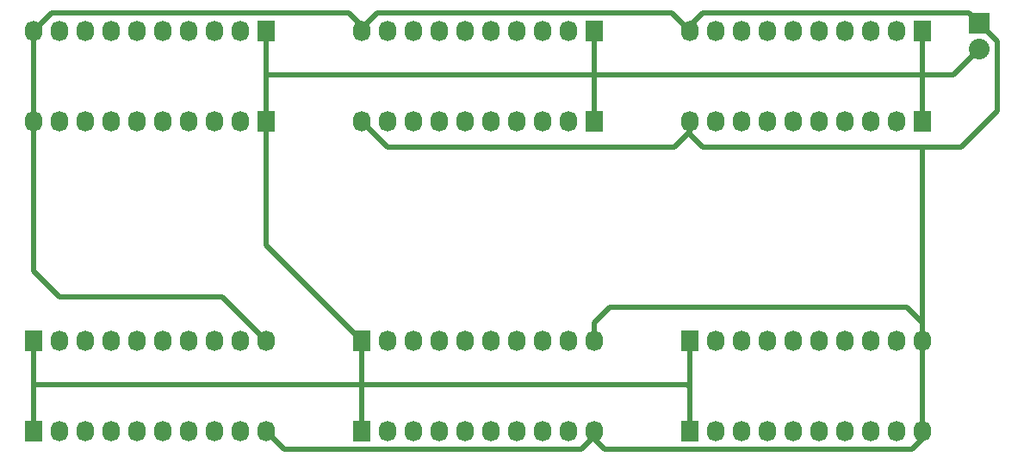
<source format=gbl>
G04 #@! TF.FileFunction,Copper,L2,Bot,Signal*
%FSLAX46Y46*%
G04 Gerber Fmt 4.6, Leading zero omitted, Abs format (unit mm)*
G04 Created by KiCad (PCBNEW 4.0.0-rc2-stable) date Fri 13 Nov 2015 02:52:16 PM MST*
%MOMM*%
G01*
G04 APERTURE LIST*
%ADD10C,0.150000*%
%ADD11R,2.032000X2.032000*%
%ADD12O,2.032000X2.032000*%
%ADD13R,1.727200X2.032000*%
%ADD14O,1.727200X2.032000*%
%ADD15C,0.508000*%
G04 APERTURE END LIST*
D10*
D11*
X204978000Y-73152000D03*
D12*
X204978000Y-75692000D03*
D13*
X112014000Y-104394000D03*
D14*
X114554000Y-104394000D03*
X117094000Y-104394000D03*
X119634000Y-104394000D03*
X122174000Y-104394000D03*
X124714000Y-104394000D03*
X127254000Y-104394000D03*
X129794000Y-104394000D03*
X132334000Y-104394000D03*
X134874000Y-104394000D03*
D13*
X112014000Y-113284000D03*
D14*
X114554000Y-113284000D03*
X117094000Y-113284000D03*
X119634000Y-113284000D03*
X122174000Y-113284000D03*
X124714000Y-113284000D03*
X127254000Y-113284000D03*
X129794000Y-113284000D03*
X132334000Y-113284000D03*
X134874000Y-113284000D03*
D13*
X134874000Y-82804000D03*
D14*
X132334000Y-82804000D03*
X129794000Y-82804000D03*
X127254000Y-82804000D03*
X124714000Y-82804000D03*
X122174000Y-82804000D03*
X119634000Y-82804000D03*
X117094000Y-82804000D03*
X114554000Y-82804000D03*
X112014000Y-82804000D03*
D13*
X134874000Y-73914000D03*
D14*
X132334000Y-73914000D03*
X129794000Y-73914000D03*
X127254000Y-73914000D03*
X124714000Y-73914000D03*
X122174000Y-73914000D03*
X119634000Y-73914000D03*
X117094000Y-73914000D03*
X114554000Y-73914000D03*
X112014000Y-73914000D03*
D13*
X144272000Y-104394000D03*
D14*
X146812000Y-104394000D03*
X149352000Y-104394000D03*
X151892000Y-104394000D03*
X154432000Y-104394000D03*
X156972000Y-104394000D03*
X159512000Y-104394000D03*
X162052000Y-104394000D03*
X164592000Y-104394000D03*
X167132000Y-104394000D03*
D13*
X144272000Y-113284000D03*
D14*
X146812000Y-113284000D03*
X149352000Y-113284000D03*
X151892000Y-113284000D03*
X154432000Y-113284000D03*
X156972000Y-113284000D03*
X159512000Y-113284000D03*
X162052000Y-113284000D03*
X164592000Y-113284000D03*
X167132000Y-113284000D03*
D13*
X167132000Y-82804000D03*
D14*
X164592000Y-82804000D03*
X162052000Y-82804000D03*
X159512000Y-82804000D03*
X156972000Y-82804000D03*
X154432000Y-82804000D03*
X151892000Y-82804000D03*
X149352000Y-82804000D03*
X146812000Y-82804000D03*
X144272000Y-82804000D03*
D13*
X167132000Y-73914000D03*
D14*
X164592000Y-73914000D03*
X162052000Y-73914000D03*
X159512000Y-73914000D03*
X156972000Y-73914000D03*
X154432000Y-73914000D03*
X151892000Y-73914000D03*
X149352000Y-73914000D03*
X146812000Y-73914000D03*
X144272000Y-73914000D03*
D13*
X176530000Y-104394000D03*
D14*
X179070000Y-104394000D03*
X181610000Y-104394000D03*
X184150000Y-104394000D03*
X186690000Y-104394000D03*
X189230000Y-104394000D03*
X191770000Y-104394000D03*
X194310000Y-104394000D03*
X196850000Y-104394000D03*
X199390000Y-104394000D03*
D13*
X176530000Y-113284000D03*
D14*
X179070000Y-113284000D03*
X181610000Y-113284000D03*
X184150000Y-113284000D03*
X186690000Y-113284000D03*
X189230000Y-113284000D03*
X191770000Y-113284000D03*
X194310000Y-113284000D03*
X196850000Y-113284000D03*
X199390000Y-113284000D03*
D13*
X199390000Y-82804000D03*
D14*
X196850000Y-82804000D03*
X194310000Y-82804000D03*
X191770000Y-82804000D03*
X189230000Y-82804000D03*
X186690000Y-82804000D03*
X184150000Y-82804000D03*
X181610000Y-82804000D03*
X179070000Y-82804000D03*
X176530000Y-82804000D03*
D13*
X199390000Y-73914000D03*
D14*
X196850000Y-73914000D03*
X194310000Y-73914000D03*
X191770000Y-73914000D03*
X189230000Y-73914000D03*
X186690000Y-73914000D03*
X184150000Y-73914000D03*
X181610000Y-73914000D03*
X179070000Y-73914000D03*
X176530000Y-73914000D03*
D15*
X199390000Y-78232000D02*
X202438000Y-78232000D01*
X202438000Y-78232000D02*
X204978000Y-75692000D01*
X144272000Y-108712000D02*
X176276000Y-108712000D01*
X176276000Y-108712000D02*
X176530000Y-108966000D01*
X176530000Y-104394000D02*
X176530000Y-108966000D01*
X176530000Y-108966000D02*
X176530000Y-113284000D01*
X144272000Y-108712000D02*
X112014000Y-108712000D01*
X112014000Y-108712000D02*
X112268000Y-108712000D01*
X112268000Y-108712000D02*
X112014000Y-108712000D01*
X144272000Y-104394000D02*
X144272000Y-108712000D01*
X144272000Y-108712000D02*
X144272000Y-108966000D01*
X144272000Y-108966000D02*
X144272000Y-113284000D01*
X134874000Y-82804000D02*
X134874000Y-94996000D01*
X134874000Y-94996000D02*
X144272000Y-104394000D01*
X167132000Y-78232000D02*
X134874000Y-78232000D01*
X167132000Y-78232000D02*
X167132000Y-82804000D01*
X167386000Y-78232000D02*
X167132000Y-78232000D01*
X199390000Y-78232000D02*
X167386000Y-78232000D01*
X167132000Y-78232000D02*
X167132000Y-73914000D01*
X199390000Y-73914000D02*
X199390000Y-78232000D01*
X199390000Y-78232000D02*
X199390000Y-82804000D01*
X134874000Y-73914000D02*
X134874000Y-78232000D01*
X134874000Y-78232000D02*
X134874000Y-82804000D01*
X112014000Y-104394000D02*
X112014000Y-108712000D01*
X112014000Y-108712000D02*
X112014000Y-108966000D01*
X112014000Y-108966000D02*
X112014000Y-113284000D01*
X199390000Y-113284000D02*
X199390000Y-114046000D01*
X199390000Y-114046000D02*
X198374000Y-115062000D01*
X168148000Y-115062000D02*
X167132000Y-114046000D01*
X198374000Y-115062000D02*
X168148000Y-115062000D01*
X167132000Y-114046000D02*
X167132000Y-113284000D01*
X167132000Y-113284000D02*
X167132000Y-113792000D01*
X167132000Y-113792000D02*
X165862000Y-115062000D01*
X136652000Y-115062000D02*
X134874000Y-113284000D01*
X165862000Y-115062000D02*
X136652000Y-115062000D01*
X167132000Y-113284000D02*
X167132000Y-114046000D01*
X199390000Y-104394000D02*
X199390000Y-102616000D01*
X167132000Y-102616000D02*
X167132000Y-104394000D01*
X168656000Y-101092000D02*
X167132000Y-102616000D01*
X197866000Y-101092000D02*
X168656000Y-101092000D01*
X199390000Y-102616000D02*
X197866000Y-101092000D01*
X199390000Y-104394000D02*
X199390000Y-113284000D01*
X199390000Y-104394000D02*
X199390000Y-85344000D01*
X199390000Y-85344000D02*
X199644000Y-85344000D01*
X199644000Y-85344000D02*
X199390000Y-85344000D01*
X176530000Y-82804000D02*
X176530000Y-84074000D01*
X206756000Y-74930000D02*
X204978000Y-73152000D01*
X206756000Y-81788000D02*
X206756000Y-74930000D01*
X203200000Y-85344000D02*
X206756000Y-81788000D01*
X177800000Y-85344000D02*
X199390000Y-85344000D01*
X199390000Y-85344000D02*
X203200000Y-85344000D01*
X176530000Y-84074000D02*
X177800000Y-85344000D01*
X176530000Y-73914000D02*
X176530000Y-73406000D01*
X176530000Y-73406000D02*
X177800000Y-72136000D01*
X177800000Y-72136000D02*
X203962000Y-72136000D01*
X203962000Y-72136000D02*
X204978000Y-73152000D01*
X176530000Y-82804000D02*
X176530000Y-83566000D01*
X144272000Y-73914000D02*
X144272000Y-73660000D01*
X144272000Y-73660000D02*
X145796000Y-72136000D01*
X174752000Y-72136000D02*
X176530000Y-73914000D01*
X145796000Y-72136000D02*
X174752000Y-72136000D01*
X176530000Y-82804000D02*
X176530000Y-83820000D01*
X176530000Y-83820000D02*
X175006000Y-85344000D01*
X175006000Y-85344000D02*
X146812000Y-85344000D01*
X146812000Y-85344000D02*
X144272000Y-82804000D01*
X112014000Y-82804000D02*
X112014000Y-97536000D01*
X130556000Y-100076000D02*
X134874000Y-104394000D01*
X114554000Y-100076000D02*
X130556000Y-100076000D01*
X112014000Y-97536000D02*
X114554000Y-100076000D01*
X112014000Y-73914000D02*
X112014000Y-82804000D01*
X144272000Y-73914000D02*
X144272000Y-73406000D01*
X144272000Y-73406000D02*
X143002000Y-72136000D01*
X143002000Y-72136000D02*
X113792000Y-72136000D01*
X113792000Y-72136000D02*
X112014000Y-73914000D01*
M02*

</source>
